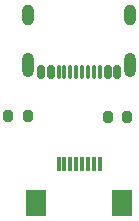
<source format=gbr>
%TF.GenerationSoftware,KiCad,Pcbnew,9.0.0*%
%TF.CreationDate,2025-06-21T10:21:25-05:00*%
%TF.ProjectId,SDC_USB_Breakout,5344435f-5553-4425-9f42-7265616b6f75,rev?*%
%TF.SameCoordinates,Original*%
%TF.FileFunction,Paste,Top*%
%TF.FilePolarity,Positive*%
%FSLAX46Y46*%
G04 Gerber Fmt 4.6, Leading zero omitted, Abs format (unit mm)*
G04 Created by KiCad (PCBNEW 9.0.0) date 2025-06-21 10:21:25*
%MOMM*%
%LPD*%
G01*
G04 APERTURE LIST*
G04 Aperture macros list*
%AMRoundRect*
0 Rectangle with rounded corners*
0 $1 Rounding radius*
0 $2 $3 $4 $5 $6 $7 $8 $9 X,Y pos of 4 corners*
0 Add a 4 corners polygon primitive as box body*
4,1,4,$2,$3,$4,$5,$6,$7,$8,$9,$2,$3,0*
0 Add four circle primitives for the rounded corners*
1,1,$1+$1,$2,$3*
1,1,$1+$1,$4,$5*
1,1,$1+$1,$6,$7*
1,1,$1+$1,$8,$9*
0 Add four rect primitives between the rounded corners*
20,1,$1+$1,$2,$3,$4,$5,0*
20,1,$1+$1,$4,$5,$6,$7,0*
20,1,$1+$1,$6,$7,$8,$9,0*
20,1,$1+$1,$8,$9,$2,$3,0*%
G04 Aperture macros list end*
%ADD10RoundRect,0.200000X-0.200000X-0.275000X0.200000X-0.275000X0.200000X0.275000X-0.200000X0.275000X0*%
%ADD11R,0.300000X1.300000*%
%ADD12R,1.800000X2.200000*%
%ADD13RoundRect,0.150000X0.150000X0.425000X-0.150000X0.425000X-0.150000X-0.425000X0.150000X-0.425000X0*%
%ADD14RoundRect,0.075000X0.075000X0.500000X-0.075000X0.500000X-0.075000X-0.500000X0.075000X-0.500000X0*%
%ADD15O,1.000000X2.100000*%
%ADD16O,1.000000X1.800000*%
%ADD17RoundRect,0.200000X0.200000X0.275000X-0.200000X0.275000X-0.200000X-0.275000X0.200000X-0.275000X0*%
G04 APERTURE END LIST*
D10*
%TO.C,R1*%
X113725000Y-42065686D03*
X115375000Y-42065686D03*
%TD*%
D11*
%TO.C,J1*%
X109550001Y-46100000D03*
X110050000Y-46100000D03*
X110549999Y-46100000D03*
X111050000Y-46100000D03*
X111550000Y-46100000D03*
X112050001Y-46100000D03*
X112550000Y-46100000D03*
X113049999Y-46100000D03*
D12*
X107650000Y-49350000D03*
X114950000Y-49350000D03*
%TD*%
D13*
%TO.C,J2*%
X114500000Y-38245686D03*
X113700000Y-38245686D03*
D14*
X112550000Y-38245685D03*
X111550000Y-38245686D03*
X111050000Y-38245686D03*
X110050000Y-38245685D03*
D13*
X108900000Y-38245686D03*
X108100000Y-38245686D03*
X108100000Y-38245686D03*
X108900000Y-38245686D03*
D14*
X109550000Y-38245686D03*
X110550000Y-38245686D03*
X112050000Y-38245686D03*
X113050000Y-38245686D03*
D13*
X113700000Y-38245686D03*
X114500000Y-38245686D03*
D15*
X115620000Y-37670686D03*
D16*
X115620000Y-33490686D03*
D15*
X106980000Y-37670686D03*
D16*
X106980000Y-33490686D03*
%TD*%
D17*
%TO.C,R2*%
X106925000Y-42000000D03*
X105275000Y-42000000D03*
%TD*%
M02*

</source>
